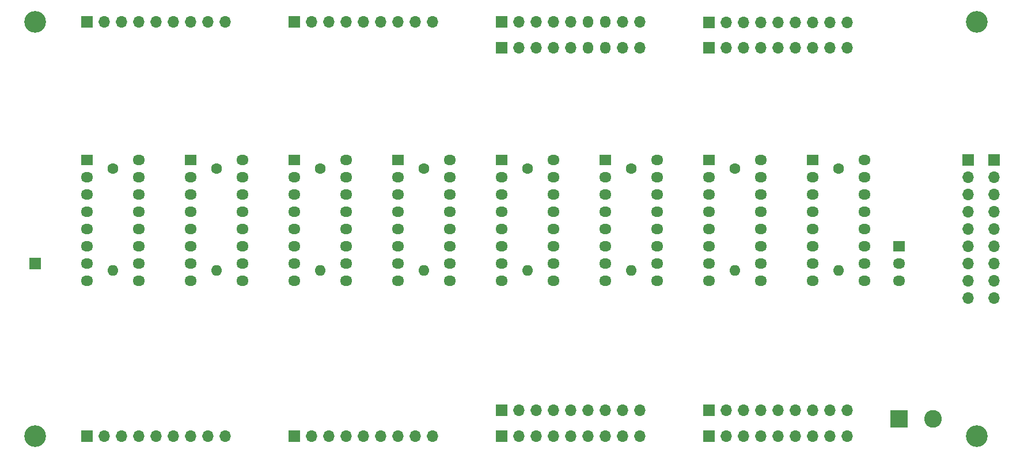
<source format=gbr>
%TF.GenerationSoftware,KiCad,Pcbnew,(5.1.8)-1*%
%TF.CreationDate,2022-11-23T21:50:43+03:00*%
%TF.ProjectId,MUX8x1-v3,4d555838-7831-42d7-9633-2e6b69636164,rev?*%
%TF.SameCoordinates,Original*%
%TF.FileFunction,Soldermask,Top*%
%TF.FilePolarity,Negative*%
%FSLAX46Y46*%
G04 Gerber Fmt 4.6, Leading zero omitted, Abs format (unit mm)*
G04 Created by KiCad (PCBNEW (5.1.8)-1) date 2022-11-23 21:50:43*
%MOMM*%
%LPD*%
G01*
G04 APERTURE LIST*
%ADD10O,1.700000X1.700000*%
%ADD11R,1.700000X1.700000*%
%ADD12O,1.500000X1.800000*%
%ADD13O,1.600000X1.600000*%
%ADD14C,1.600000*%
%ADD15O,1.800000X1.500000*%
%ADD16R,1.800000X1.500000*%
%ADD17C,2.600000*%
%ADD18R,2.600000X2.600000*%
%ADD19C,3.200000*%
G04 APERTURE END LIST*
D10*
%TO.C,J21*%
X171450000Y-78740000D03*
X171450000Y-76200000D03*
X171450000Y-73660000D03*
X171450000Y-71120000D03*
X171450000Y-68580000D03*
X171450000Y-66040000D03*
X171450000Y-63500000D03*
X171450000Y-60960000D03*
D11*
X171450000Y-58420000D03*
%TD*%
D10*
%TO.C,J19*%
X167640000Y-78740000D03*
X167640000Y-76200000D03*
X167640000Y-73660000D03*
X167640000Y-71120000D03*
X167640000Y-68580000D03*
X167640000Y-66040000D03*
X167640000Y-63500000D03*
X167640000Y-60960000D03*
D11*
X167640000Y-58420000D03*
%TD*%
D10*
%TO.C,J18*%
X149860000Y-95250000D03*
X147320000Y-95250000D03*
X144780000Y-95250000D03*
X142240000Y-95250000D03*
X139700000Y-95250000D03*
X137160000Y-95250000D03*
X134620000Y-95250000D03*
X132080000Y-95250000D03*
D11*
X129540000Y-95250000D03*
%TD*%
D10*
%TO.C,J16*%
X149860000Y-99060000D03*
X147320000Y-99060000D03*
X144780000Y-99060000D03*
X142240000Y-99060000D03*
X139700000Y-99060000D03*
X137160000Y-99060000D03*
X134620000Y-99060000D03*
X132080000Y-99060000D03*
D11*
X129540000Y-99060000D03*
%TD*%
D10*
%TO.C,J15*%
X58420000Y-38100000D03*
X55880000Y-38100000D03*
X53340000Y-38100000D03*
X50800000Y-38100000D03*
X48260000Y-38100000D03*
X45720000Y-38100000D03*
X43180000Y-38100000D03*
X40640000Y-38100000D03*
D11*
X38100000Y-38100000D03*
%TD*%
D10*
%TO.C,J14*%
X119380000Y-99060000D03*
X116840000Y-99060000D03*
X114300000Y-99060000D03*
X111760000Y-99060000D03*
X109220000Y-99060000D03*
X106680000Y-99060000D03*
X104140000Y-99060000D03*
X101600000Y-99060000D03*
D11*
X99060000Y-99060000D03*
%TD*%
D10*
%TO.C,J12*%
X119380000Y-95250000D03*
X116840000Y-95250000D03*
X114300000Y-95250000D03*
X111760000Y-95250000D03*
X109220000Y-95250000D03*
X106680000Y-95250000D03*
X104140000Y-95250000D03*
X101600000Y-95250000D03*
D11*
X99060000Y-95250000D03*
%TD*%
D10*
%TO.C,J11*%
X88900000Y-38100000D03*
X86360000Y-38100000D03*
X83820000Y-38100000D03*
X81280000Y-38100000D03*
X78740000Y-38100000D03*
X76200000Y-38100000D03*
X73660000Y-38100000D03*
X71120000Y-38100000D03*
D11*
X68580000Y-38100000D03*
%TD*%
D10*
%TO.C,J8*%
X149860000Y-38140000D03*
X147320000Y-38140000D03*
X144780000Y-38140000D03*
X142240000Y-38140000D03*
X139700000Y-38140000D03*
X137160000Y-38140000D03*
X134620000Y-38140000D03*
X132080000Y-38140000D03*
D11*
X129540000Y-38140000D03*
%TD*%
D10*
%TO.C,J6*%
X149860000Y-41910000D03*
X147320000Y-41910000D03*
X144780000Y-41910000D03*
X142240000Y-41910000D03*
X139700000Y-41910000D03*
X137160000Y-41910000D03*
X134620000Y-41910000D03*
X132080000Y-41910000D03*
D11*
X129540000Y-41910000D03*
%TD*%
D10*
%TO.C,J5*%
X88900000Y-99060000D03*
X86360000Y-99060000D03*
X83820000Y-99060000D03*
X81280000Y-99060000D03*
X78740000Y-99060000D03*
X76200000Y-99060000D03*
X73660000Y-99060000D03*
X71120000Y-99060000D03*
D11*
X68580000Y-99060000D03*
%TD*%
D10*
%TO.C,J4*%
X119380000Y-38100000D03*
X116840000Y-38100000D03*
D12*
X114300000Y-38100000D03*
X111760000Y-38100000D03*
D10*
X109220000Y-38100000D03*
X106680000Y-38100000D03*
X104140000Y-38100000D03*
X101600000Y-38100000D03*
D11*
X99060000Y-38100000D03*
%TD*%
D10*
%TO.C,J2*%
X119380000Y-41910000D03*
X116840000Y-41910000D03*
D12*
X114300000Y-41910000D03*
X111760000Y-41910000D03*
D10*
X109220000Y-41910000D03*
X106680000Y-41910000D03*
X104140000Y-41910000D03*
X101600000Y-41910000D03*
D11*
X99060000Y-41910000D03*
%TD*%
D10*
%TO.C,J1*%
X58420000Y-99060000D03*
X55880000Y-99060000D03*
X53340000Y-99060000D03*
X50800000Y-99060000D03*
X48260000Y-99060000D03*
X45720000Y-99060000D03*
X43180000Y-99060000D03*
X40640000Y-99060000D03*
D11*
X38100000Y-99060000D03*
%TD*%
D13*
%TO.C,C8*%
X148590000Y-74690000D03*
D14*
X148590000Y-59690000D03*
%TD*%
D13*
%TO.C,C7*%
X133350000Y-74690000D03*
D14*
X133350000Y-59690000D03*
%TD*%
D13*
%TO.C,C6*%
X118110000Y-74690000D03*
D14*
X118110000Y-59690000D03*
%TD*%
D13*
%TO.C,C5*%
X102870000Y-74690000D03*
D14*
X102870000Y-59690000D03*
%TD*%
D13*
%TO.C,C4*%
X87630000Y-74690000D03*
D14*
X87630000Y-59690000D03*
%TD*%
D13*
%TO.C,C3*%
X72390000Y-74690000D03*
D14*
X72390000Y-59690000D03*
%TD*%
D13*
%TO.C,C2*%
X57150000Y-74690000D03*
D14*
X57150000Y-59690000D03*
%TD*%
D13*
%TO.C,C1*%
X41910000Y-74690000D03*
D14*
X41910000Y-59690000D03*
%TD*%
D15*
%TO.C,U8*%
X152400000Y-58420000D03*
X144780000Y-76200000D03*
X152400000Y-60960000D03*
X144780000Y-73660000D03*
X152400000Y-63500000D03*
X144780000Y-71120000D03*
X152400000Y-66040000D03*
X144780000Y-68580000D03*
X152400000Y-68580000D03*
X144780000Y-66040000D03*
X152400000Y-71120000D03*
X144780000Y-63500000D03*
X152400000Y-73660000D03*
X144780000Y-60960000D03*
X152400000Y-76200000D03*
D16*
X144780000Y-58420000D03*
%TD*%
D15*
%TO.C,U7*%
X137160000Y-58420000D03*
X129540000Y-76200000D03*
X137160000Y-60960000D03*
X129540000Y-73660000D03*
X137160000Y-63500000D03*
X129540000Y-71120000D03*
X137160000Y-66040000D03*
X129540000Y-68580000D03*
X137160000Y-68580000D03*
X129540000Y-66040000D03*
X137160000Y-71120000D03*
X129540000Y-63500000D03*
X137160000Y-73660000D03*
X129540000Y-60960000D03*
X137160000Y-76200000D03*
D16*
X129540000Y-58420000D03*
%TD*%
D15*
%TO.C,U6*%
X121920000Y-58420000D03*
X114300000Y-76200000D03*
X121920000Y-60960000D03*
X114300000Y-73660000D03*
X121920000Y-63500000D03*
X114300000Y-71120000D03*
X121920000Y-66040000D03*
X114300000Y-68580000D03*
X121920000Y-68580000D03*
X114300000Y-66040000D03*
X121920000Y-71120000D03*
X114300000Y-63500000D03*
X121920000Y-73660000D03*
X114300000Y-60960000D03*
X121920000Y-76200000D03*
D16*
X114300000Y-58420000D03*
%TD*%
D15*
%TO.C,U5*%
X106680000Y-58420000D03*
X99060000Y-76200000D03*
X106680000Y-60960000D03*
X99060000Y-73660000D03*
X106680000Y-63500000D03*
X99060000Y-71120000D03*
X106680000Y-66040000D03*
X99060000Y-68580000D03*
X106680000Y-68580000D03*
X99060000Y-66040000D03*
X106680000Y-71120000D03*
X99060000Y-63500000D03*
X106680000Y-73660000D03*
X99060000Y-60960000D03*
X106680000Y-76200000D03*
D16*
X99060000Y-58420000D03*
%TD*%
D15*
%TO.C,U4*%
X91440000Y-58420000D03*
X83820000Y-76200000D03*
X91440000Y-60960000D03*
X83820000Y-73660000D03*
X91440000Y-63500000D03*
X83820000Y-71120000D03*
X91440000Y-66040000D03*
X83820000Y-68580000D03*
X91440000Y-68580000D03*
X83820000Y-66040000D03*
X91440000Y-71120000D03*
X83820000Y-63500000D03*
X91440000Y-73660000D03*
X83820000Y-60960000D03*
X91440000Y-76200000D03*
D16*
X83820000Y-58420000D03*
%TD*%
D15*
%TO.C,U3*%
X76200000Y-58420000D03*
X68580000Y-76200000D03*
X76200000Y-60960000D03*
X68580000Y-73660000D03*
X76200000Y-63500000D03*
X68580000Y-71120000D03*
X76200000Y-66040000D03*
X68580000Y-68580000D03*
X76200000Y-68580000D03*
X68580000Y-66040000D03*
X76200000Y-71120000D03*
X68580000Y-63500000D03*
X76200000Y-73660000D03*
X68580000Y-60960000D03*
X76200000Y-76200000D03*
D16*
X68580000Y-58420000D03*
%TD*%
D15*
%TO.C,U2*%
X60960000Y-58420000D03*
X53340000Y-76200000D03*
X60960000Y-60960000D03*
X53340000Y-73660000D03*
X60960000Y-63500000D03*
X53340000Y-71120000D03*
X60960000Y-66040000D03*
X53340000Y-68580000D03*
X60960000Y-68580000D03*
X53340000Y-66040000D03*
X60960000Y-71120000D03*
X53340000Y-63500000D03*
X60960000Y-73660000D03*
X53340000Y-60960000D03*
X60960000Y-76200000D03*
D16*
X53340000Y-58420000D03*
%TD*%
D15*
%TO.C,U1*%
X45720000Y-58420000D03*
X38100000Y-76200000D03*
X45720000Y-60960000D03*
X38100000Y-73660000D03*
X45720000Y-63500000D03*
X38100000Y-71120000D03*
X45720000Y-66040000D03*
X38100000Y-68580000D03*
X45720000Y-68580000D03*
X38100000Y-66040000D03*
X45720000Y-71120000D03*
X38100000Y-63500000D03*
X45720000Y-73660000D03*
X38100000Y-60960000D03*
X45720000Y-76200000D03*
D16*
X38100000Y-58420000D03*
%TD*%
D11*
%TO.C,J20*%
X30480000Y-73660000D03*
%TD*%
D15*
%TO.C,J10*%
X157480000Y-76200000D03*
X157480000Y-73660000D03*
D16*
X157480000Y-71120000D03*
%TD*%
D17*
%TO.C,J9*%
X162480000Y-96520000D03*
D18*
X157480000Y-96520000D03*
%TD*%
D19*
%TO.C,H4*%
X168910000Y-99060000D03*
%TD*%
%TO.C,H3*%
X168910000Y-38100000D03*
%TD*%
%TO.C,H2*%
X30480000Y-99060000D03*
%TD*%
%TO.C,H1*%
X30480000Y-38100000D03*
%TD*%
M02*

</source>
